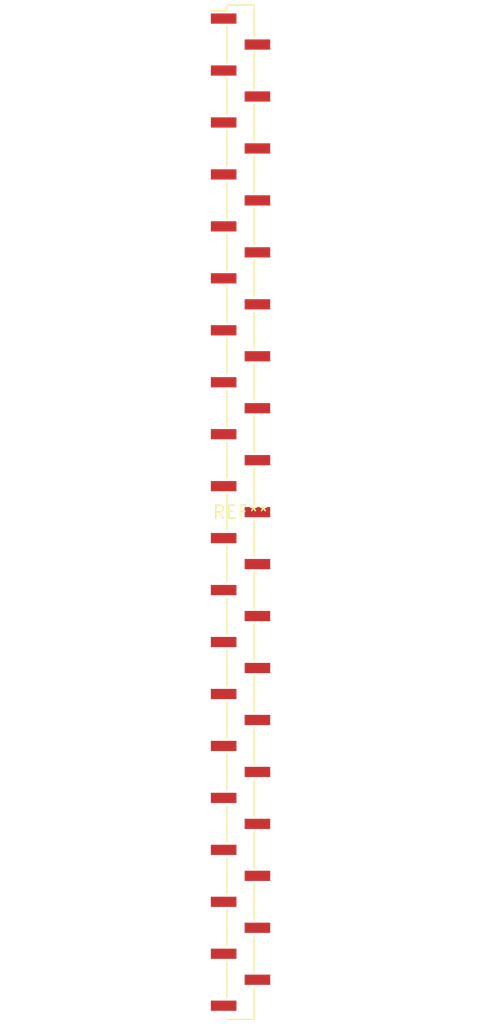
<source format=kicad_pcb>
(kicad_pcb (version 20240108) (generator pcbnew)
  (layers (0 "F.Cu" signal) (31 "B.Cu" signal) (34 "B.Paste" user) (35 "F.Paste" user) (36 "B.SilkS" user "B.Silkscreen") (37 "F.SilkS" user "F.Silkscreen") (38 "B.Mask" user) (39 "F.Mask" user) (44 "Edge.Cuts" user))
  (net 0 "")
  (footprint "PinHeader_1x39_P2.54mm_Vertical_SMD_Pin1Left" (layer "F.Cu") (at 0 0)
    (property "Reference" "REF**")
    (property "Value" "PinHeader_1x39_P2.54mm_Vertical_SMD_Pin1Left")
    (fp_line (start -1.33 -49.59) (end -1.33 -49.02) (layer "F.SilkS") (stroke (width 0.12)))
    (fp_line (start -1.33 -49.59) (end 1.33 -49.59) (layer "F.SilkS") (stroke (width 0.12)))
    (fp_line (start -1.33 -49.02) (end -2.85 -49.02) (layer "F.SilkS") (stroke (width 0.12)))
    (fp_line (start -1.33 -47.5) (end -1.33 -43.94) (layer "F.SilkS") (stroke (width 0.12)))
    (fp_line (start -1.33 -42.42) (end -1.33 -38.86) (layer "F.SilkS") (stroke (width 0.12)))
    (fp_line (start -1.33 -37.34) (end -1.33 -33.78) (layer "F.SilkS") (stroke (width 0.12)))
    (fp_line (start -1.33 -32.26) (end -1.33 -28.7) (layer "F.SilkS") (stroke (width 0.12)))
    (fp_line (start -1.33 -27.18) (end -1.33 -23.62) (layer "F.SilkS") (stroke (width 0.12)))
    (fp_line (start -1.33 -22.1) (end -1.33 -18.54) (layer "F.SilkS") (stroke (width 0.12)))
    (fp_line (start -1.33 -17.02) (end -1.33 -13.46) (layer "F.SilkS") (stroke (width 0.12)))
    (fp_line (start -1.33 -11.94) (end -1.33 -8.38) (layer "F.SilkS") (stroke (width 0.12)))
    (fp_line (start -1.33 -6.86) (end -1.33 -3.3) (layer "F.SilkS") (stroke (width 0.12)))
    (fp_line (start -1.33 -1.78) (end -1.33 1.78) (layer "F.SilkS") (stroke (width 0.12)))
    (fp_line (start -1.33 3.3) (end -1.33 6.86) (layer "F.SilkS") (stroke (width 0.12)))
    (fp_line (start -1.33 8.38) (end -1.33 11.94) (layer "F.SilkS") (stroke (width 0.12)))
    (fp_line (start -1.33 13.46) (end -1.33 17.02) (layer "F.SilkS") (stroke (width 0.12)))
    (fp_line (start -1.33 18.54) (end -1.33 22.1) (layer "F.SilkS") (stroke (width 0.12)))
    (fp_line (start -1.33 23.62) (end -1.33 27.18) (layer "F.SilkS") (stroke (width 0.12)))
    (fp_line (start -1.33 28.7) (end -1.33 32.26) (layer "F.SilkS") (stroke (width 0.12)))
    (fp_line (start -1.33 33.78) (end -1.33 37.34) (layer "F.SilkS") (stroke (width 0.12)))
    (fp_line (start -1.33 38.86) (end -1.33 42.42) (layer "F.SilkS") (stroke (width 0.12)))
    (fp_line (start -1.33 43.94) (end -1.33 47.5) (layer "F.SilkS") (stroke (width 0.12)))
    (fp_line (start -1.33 49.59) (end 1.33 49.59) (layer "F.SilkS") (stroke (width 0.12)))
    (fp_line (start 1.33 -49.59) (end 1.33 -46.48) (layer "F.SilkS") (stroke (width 0.12)))
    (fp_line (start 1.33 -44.96) (end 1.33 -41.4) (layer "F.SilkS") (stroke (width 0.12)))
    (fp_line (start 1.33 -39.88) (end 1.33 -36.32) (layer "F.SilkS") (stroke (width 0.12)))
    (fp_line (start 1.33 -34.8) (end 1.33 -31.24) (layer "F.SilkS") (stroke (width 0.12)))
    (fp_line (start 1.33 -29.72) (end 1.33 -26.16) (layer "F.SilkS") (stroke (width 0.12)))
    (fp_line (start 1.33 -24.64) (end 1.33 -21.08) (layer "F.SilkS") (stroke (width 0.12)))
    (fp_line (start 1.33 -19.56) (end 1.33 -16) (layer "F.SilkS") (stroke (width 0.12)))
    (fp_line (start 1.33 -14.48) (end 1.33 -10.92) (layer "F.SilkS") (stroke (width 0.12)))
    (fp_line (start 1.33 -9.4) (end 1.33 -5.84) (layer "F.SilkS") (stroke (width 0.12)))
    (fp_line (start 1.33 -4.32) (end 1.33 -0.76) (layer "F.SilkS") (stroke (width 0.12)))
    (fp_line (start 1.33 0.76) (end 1.33 4.32) (layer "F.SilkS") (stroke (width 0.12)))
    (fp_line (start 1.33 5.84) (end 1.33 9.4) (layer "F.SilkS") (stroke (width 0.12)))
    (fp_line (start 1.33 10.92) (end 1.33 14.48) (layer "F.SilkS") (stroke (width 0.12)))
    (fp_line (start 1.33 16) (end 1.33 19.56) (layer "F.SilkS") (stroke (width 0.12)))
    (fp_line (start 1.33 21.08) (end 1.33 24.64) (layer "F.SilkS") (stroke (width 0.12)))
    (fp_line (start 1.33 26.16) (end 1.33 29.72) (layer "F.SilkS") (stroke (width 0.12)))
    (fp_line (start 1.33 31.24) (end 1.33 34.8) (layer "F.SilkS") (stroke (width 0.12)))
    (fp_line (start 1.33 36.32) (end 1.33 39.88) (layer "F.SilkS") (stroke (width 0.12)))
    (fp_line (start 1.33 41.4) (end 1.33 44.96) (layer "F.SilkS") (stroke (width 0.12)))
    (fp_line (start 1.33 46.48) (end 1.33 49.59) (layer "F.SilkS") (stroke (width 0.12)))
    (fp_line (start 1.33 49.02) (end 1.33 49.59) (layer "F.SilkS") (stroke (width 0.12)))
    (pad "1" smd rect (at -1.655 -48.26) (size 2.51 1) (layers "F.Cu" "F.Paste" "F.Mask"))
    (pad "2" smd rect (at 1.655 -45.72) (size 2.51 1) (layers "F.Cu" "F.Paste" "F.Mask"))
    (pad "3" smd rect (at -1.655 -43.18) (size 2.51 1) (layers "F.Cu" "F.Paste" "F.Mask"))
    (pad "4" smd rect (at 1.655 -40.64) (size 2.51 1) (layers "F.Cu" "F.Paste" "F.Mask"))
    (pad "5" smd rect (at -1.655 -38.1) (size 2.51 1) (layers "F.Cu" "F.Paste" "F.Mask"))
    (pad "6" smd rect (at 1.655 -35.56) (size 2.51 1) (layers "F.Cu" "F.Paste" "F.Mask"))
    (pad "7" smd rect (at -1.655 -33.02) (size 2.51 1) (layers "F.Cu" "F.Paste" "F.Mask"))
    (pad "8" smd rect (at 1.655 -30.48) (size 2.51 1) (layers "F.Cu" "F.Paste" "F.Mask"))
    (pad "9" smd rect (at -1.655 -27.94) (size 2.51 1) (layers "F.Cu" "F.Paste" "F.Mask"))
    (pad "10" smd rect (at 1.655 -25.4) (size 2.51 1) (layers "F.Cu" "F.Paste" "F.Mask"))
    (pad "11" smd rect (at -1.655 -22.86) (size 2.51 1) (layers "F.Cu" "F.Paste" "F.Mask"))
    (pad "12" smd rect (at 1.655 -20.32) (size 2.51 1) (layers "F.Cu" "F.Paste" "F.Mask"))
    (pad "13" smd rect (at -1.655 -17.78) (size 2.51 1) (layers "F.Cu" "F.Paste" "F.Mask"))
    (pad "14" smd rect (at 1.655 -15.24) (size 2.51 1) (layers "F.Cu" "F.Paste" "F.Mask"))
    (pad "15" smd rect (at -1.655 -12.7) (size 2.51 1) (layers "F.Cu" "F.Paste" "F.Mask"))
    (pad "16" smd rect (at 1.655 -10.16) (size 2.51 1) (layers "F.Cu" "F.Paste" "F.Mask"))
    (pad "17" smd rect (at -1.655 -7.62) (size 2.51 1) (layers "F.Cu" "F.Paste" "F.Mask"))
    (pad "18" smd rect (at 1.655 -5.08) (size 2.51 1) (layers "F.Cu" "F.Paste" "F.Mask"))
    (pad "19" smd rect (at -1.655 -2.54) (size 2.51 1) (layers "F.Cu" "F.Paste" "F.Mask"))
    (pad "20" smd rect (at 1.655 0) (size 2.51 1) (layers "F.Cu" "F.Paste" "F.Mask"))
    (pad "21" smd rect (at -1.655 2.54) (size 2.51 1) (layers "F.Cu" "F.Paste" "F.Mask"))
    (pad "22" smd rect (at 1.655 5.08) (size 2.51 1) (layers "F.Cu" "F.Paste" "F.Mask"))
    (pad "23" smd rect (at -1.655 7.62) (size 2.51 1) (layers "F.Cu" "F.Paste" "F.Mask"))
    (pad "24" smd rect (at 1.655 10.16) (size 2.51 1) (layers "F.Cu" "F.Paste" "F.Mask"))
    (pad "25" smd rect (at -1.655 12.7) (size 2.51 1) (layers "F.Cu" "F.Paste" "F.Mask"))
    (pad "26" smd rect (at 1.655 15.24) (size 2.51 1) (layers "F.Cu" "F.Paste" "F.Mask"))
    (pad "27" smd rect (at -1.655 17.78) (size 2.51 1) (layers "F.Cu" "F.Paste" "F.Mask"))
    (pad "28" smd rect (at 1.655 20.32) (size 2.51 1) (layers "F.Cu" "F.Paste" "F.Mask"))
    (pad "29" smd rect (at -1.655 22.86) (size 2.51 1) (layers "F.Cu" "F.Paste" "F.Mask"))
    (pad "30" smd rect (at 1.655 25.4) (size 2.51 1) (layers "F.Cu" "F.Paste" "F.Mask"))
    (pad "31" smd rect (at -1.655 27.94) (size 2.51 1) (layers "F.Cu" "F.Paste" "F.Mask"))
    (pad "32" smd rect (at 1.655 30.48) (size 2.51 1) (layers "F.Cu" "F.Paste" "F.Mask"))
    (pad "33" smd rect (at -1.655 33.02) (size 2.51 1) (layers "F.Cu" "F.Paste" "F.Mask"))
    (pad "34" smd rect (at 1.655 35.56) (size 2.51 1) (layers "F.Cu" "F.Paste" "F.Mask"))
    (pad "35" smd rect (at -1.655 38.1) (size 2.51 1) (layers "F.Cu" "F.Paste" "F.Mask"))
    (pad "36" smd rect (at 1.655 40.64) (size 2.51 1) (layers "F.Cu" "F.Paste" "F.Mask"))
    (pad "37" smd rect (at -1.655 43.18) (size 2.51 1) (layers "F.Cu" "F.Paste" "F.Mask"))
    (pad "38" smd rect (at 1.655 45.72) (size 2.51 1) (layers "F.Cu" "F.Paste" "F.Mask"))
    (pad "39" smd rect (at -1.655 48.26) (size 2.51 1) (layers "F.Cu" "F.Paste" "F.Mask"))
  )
)
</source>
